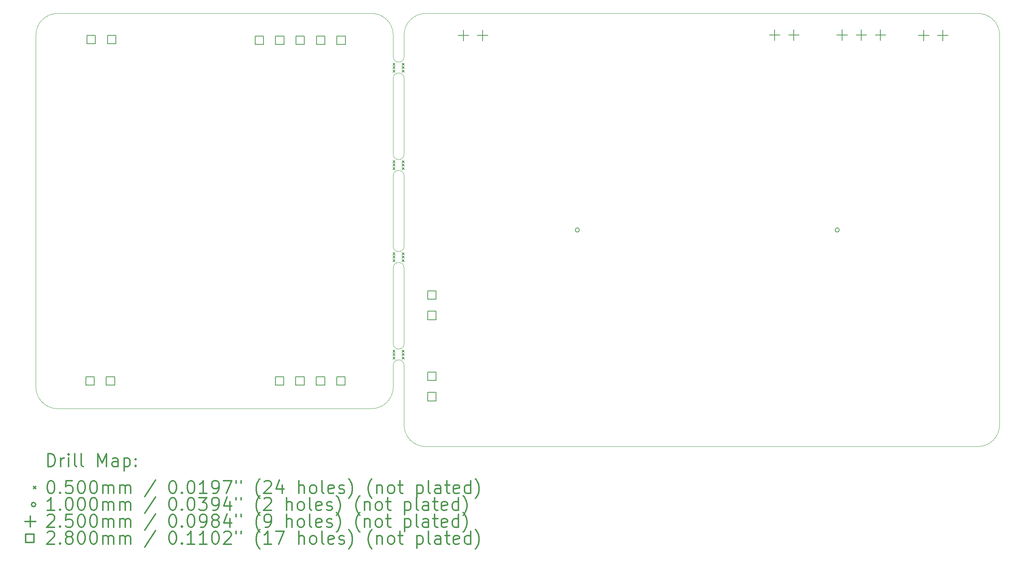
<source format=gbr>
%FSLAX45Y45*%
G04 Gerber Fmt 4.5, Leading zero omitted, Abs format (unit mm)*
G04 Created by KiCad (PCBNEW 5.1.12-84ad8e8a86~92~ubuntu20.04.1) date 2021-12-12 19:41:44*
%MOMM*%
%LPD*%
G01*
G04 APERTURE LIST*
%TA.AperFunction,Profile*%
%ADD10C,0.100000*%
%TD*%
%ADD11C,0.200000*%
%ADD12C,0.300000*%
G04 APERTURE END LIST*
D10*
X3302000Y-3810000D02*
X3302000Y-3302000D01*
X3048000Y-3810000D02*
X3048000Y-3302000D01*
X3302000Y-4318000D02*
X3302000Y-6096000D01*
X3048000Y-6096000D02*
X3048000Y-4318000D01*
X3302000Y-8255000D02*
X3302000Y-6604000D01*
X3048000Y-6604000D02*
X3048000Y-8255000D01*
X3302000Y-10541000D02*
X3302000Y-8763000D01*
X3048000Y-10541000D02*
X3048000Y-8763000D01*
X3302000Y-12446000D02*
X3302000Y-11049000D01*
X3048000Y-11557000D02*
X3048000Y-11049000D01*
X3048000Y-11049000D02*
G75*
G02*
X3302000Y-11049000I127000J0D01*
G01*
X3302000Y-10541000D02*
G75*
G02*
X3048000Y-10541000I-127000J0D01*
G01*
X3048000Y-8763000D02*
G75*
G02*
X3302000Y-8763000I127000J0D01*
G01*
X3302000Y-8255000D02*
G75*
G02*
X3048000Y-8255000I-127000J0D01*
G01*
X3048000Y-6604000D02*
G75*
G02*
X3302000Y-6604000I127000J0D01*
G01*
X3302000Y-6096000D02*
G75*
G02*
X3048000Y-6096000I-127000J0D01*
G01*
X3048000Y-4318000D02*
G75*
G02*
X3302000Y-4318000I127000J0D01*
G01*
X3302000Y-3810000D02*
G75*
G02*
X3048000Y-3810000I-127000J0D01*
G01*
X3048000Y-11557000D02*
G75*
G02*
X2540000Y-12065000I-508000J0D01*
G01*
X2540000Y-2794000D02*
G75*
G02*
X3048000Y-3302000I0J-508000D01*
G01*
X-5334000Y-3302000D02*
G75*
G02*
X-4826000Y-2794000I508000J0D01*
G01*
X-4826000Y-12065000D02*
G75*
G02*
X-5334000Y-11557000I0J508000D01*
G01*
X2540000Y-12065000D02*
X-4826000Y-12065000D01*
X-4826000Y-2794000D02*
X2540000Y-2794000D01*
X-5334000Y-11557000D02*
X-5334000Y-3302000D01*
X17272000Y-12446000D02*
G75*
G02*
X16764000Y-12954000I-508000J0D01*
G01*
X16764000Y-2794000D02*
G75*
G02*
X17272000Y-3302000I0J-508000D01*
G01*
X3810000Y-12954000D02*
G75*
G02*
X3302000Y-12446000I0J508000D01*
G01*
X3302000Y-3302000D02*
G75*
G02*
X3810000Y-2794000I508000J0D01*
G01*
X3810000Y-2794000D02*
X16764000Y-2794000D01*
X3302000Y-3302000D02*
X3302000Y-3302000D01*
X16764000Y-12954000D02*
X3810000Y-12954000D01*
X17272000Y-3302000D02*
X17272000Y-12446000D01*
D11*
X3040000Y-3959000D02*
X3090000Y-4009000D01*
X3090000Y-3959000D02*
X3040000Y-4009000D01*
X3040000Y-4039000D02*
X3090000Y-4089000D01*
X3090000Y-4039000D02*
X3040000Y-4089000D01*
X3040000Y-4119000D02*
X3090000Y-4169000D01*
X3090000Y-4119000D02*
X3040000Y-4169000D01*
X3040000Y-6245000D02*
X3090000Y-6295000D01*
X3090000Y-6245000D02*
X3040000Y-6295000D01*
X3040000Y-6325000D02*
X3090000Y-6375000D01*
X3090000Y-6325000D02*
X3040000Y-6375000D01*
X3040000Y-6405000D02*
X3090000Y-6455000D01*
X3090000Y-6405000D02*
X3040000Y-6455000D01*
X3040000Y-8404000D02*
X3090000Y-8454000D01*
X3090000Y-8404000D02*
X3040000Y-8454000D01*
X3040000Y-8484000D02*
X3090000Y-8534000D01*
X3090000Y-8484000D02*
X3040000Y-8534000D01*
X3040000Y-8564000D02*
X3090000Y-8614000D01*
X3090000Y-8564000D02*
X3040000Y-8614000D01*
X3040000Y-10690000D02*
X3090000Y-10740000D01*
X3090000Y-10690000D02*
X3040000Y-10740000D01*
X3040000Y-10770000D02*
X3090000Y-10820000D01*
X3090000Y-10770000D02*
X3040000Y-10820000D01*
X3040000Y-10850000D02*
X3090000Y-10900000D01*
X3090000Y-10850000D02*
X3040000Y-10900000D01*
X3260000Y-3959000D02*
X3310000Y-4009000D01*
X3310000Y-3959000D02*
X3260000Y-4009000D01*
X3260000Y-4039000D02*
X3310000Y-4089000D01*
X3310000Y-4039000D02*
X3260000Y-4089000D01*
X3260000Y-4119000D02*
X3310000Y-4169000D01*
X3310000Y-4119000D02*
X3260000Y-4169000D01*
X3260000Y-6245000D02*
X3310000Y-6295000D01*
X3310000Y-6245000D02*
X3260000Y-6295000D01*
X3260000Y-6325000D02*
X3310000Y-6375000D01*
X3310000Y-6325000D02*
X3260000Y-6375000D01*
X3260000Y-6405000D02*
X3310000Y-6455000D01*
X3310000Y-6405000D02*
X3260000Y-6455000D01*
X3260000Y-8404000D02*
X3310000Y-8454000D01*
X3310000Y-8404000D02*
X3260000Y-8454000D01*
X3260000Y-8484000D02*
X3310000Y-8534000D01*
X3310000Y-8484000D02*
X3260000Y-8534000D01*
X3260000Y-8564000D02*
X3310000Y-8614000D01*
X3310000Y-8564000D02*
X3260000Y-8614000D01*
X3260000Y-10690000D02*
X3310000Y-10740000D01*
X3310000Y-10690000D02*
X3260000Y-10740000D01*
X3260000Y-10770000D02*
X3310000Y-10820000D01*
X3310000Y-10770000D02*
X3260000Y-10820000D01*
X3260000Y-10850000D02*
X3310000Y-10900000D01*
X3310000Y-10850000D02*
X3260000Y-10900000D01*
X7416000Y-7874000D02*
G75*
G03*
X7416000Y-7874000I-50000J0D01*
G01*
X13512000Y-7874000D02*
G75*
G03*
X13512000Y-7874000I-50000J0D01*
G01*
X4693500Y-3183500D02*
X4693500Y-3433500D01*
X4568500Y-3308500D02*
X4818500Y-3308500D01*
X5143500Y-3183500D02*
X5143500Y-3433500D01*
X5018500Y-3308500D02*
X5268500Y-3308500D01*
X11996000Y-3177000D02*
X11996000Y-3427000D01*
X11871000Y-3302000D02*
X12121000Y-3302000D01*
X12446000Y-3177000D02*
X12446000Y-3427000D01*
X12321000Y-3302000D02*
X12571000Y-3302000D01*
X13578000Y-3177000D02*
X13578000Y-3427000D01*
X13453000Y-3302000D02*
X13703000Y-3302000D01*
X14028000Y-3177000D02*
X14028000Y-3427000D01*
X13903000Y-3302000D02*
X14153000Y-3302000D01*
X14478000Y-3177000D02*
X14478000Y-3427000D01*
X14353000Y-3302000D02*
X14603000Y-3302000D01*
X15488500Y-3183500D02*
X15488500Y-3433500D01*
X15363500Y-3308500D02*
X15613500Y-3308500D01*
X15938500Y-3183500D02*
X15938500Y-3433500D01*
X15813500Y-3308500D02*
X16063500Y-3308500D01*
X-3965004Y-11511996D02*
X-3965004Y-11314004D01*
X-4162996Y-11314004D01*
X-4162996Y-11511996D01*
X-3965004Y-11511996D01*
X-3937004Y-3502596D02*
X-3937004Y-3304604D01*
X-4134996Y-3304604D01*
X-4134996Y-3502596D01*
X-3937004Y-3502596D01*
X-3485004Y-11511996D02*
X-3485004Y-11314004D01*
X-3682996Y-11314004D01*
X-3682996Y-11511996D01*
X-3485004Y-11511996D01*
X-3457004Y-3502596D02*
X-3457004Y-3304604D01*
X-3654996Y-3304604D01*
X-3654996Y-3502596D01*
X-3457004Y-3502596D01*
X5196Y-3519596D02*
X5196Y-3321604D01*
X-192796Y-3321604D01*
X-192796Y-3519596D01*
X5196Y-3519596D01*
X479996Y-11511996D02*
X479996Y-11314004D01*
X282004Y-11314004D01*
X282004Y-11511996D01*
X479996Y-11511996D01*
X485196Y-3519596D02*
X485196Y-3321604D01*
X287204Y-3321604D01*
X287204Y-3519596D01*
X485196Y-3519596D01*
X959996Y-11511996D02*
X959996Y-11314004D01*
X762004Y-11314004D01*
X762004Y-11511996D01*
X959996Y-11511996D01*
X965196Y-3519596D02*
X965196Y-3321604D01*
X767204Y-3321604D01*
X767204Y-3519596D01*
X965196Y-3519596D01*
X1439996Y-11511996D02*
X1439996Y-11314004D01*
X1242004Y-11314004D01*
X1242004Y-11511996D01*
X1439996Y-11511996D01*
X1445196Y-3519596D02*
X1445196Y-3321604D01*
X1247204Y-3321604D01*
X1247204Y-3519596D01*
X1445196Y-3519596D01*
X1919996Y-11511996D02*
X1919996Y-11314004D01*
X1722004Y-11314004D01*
X1722004Y-11511996D01*
X1919996Y-11511996D01*
X1925196Y-3519596D02*
X1925196Y-3321604D01*
X1727204Y-3321604D01*
X1727204Y-3519596D01*
X1925196Y-3519596D01*
X4052996Y-9496996D02*
X4052996Y-9299004D01*
X3855004Y-9299004D01*
X3855004Y-9496996D01*
X4052996Y-9496996D01*
X4052996Y-9976996D02*
X4052996Y-9779004D01*
X3855004Y-9779004D01*
X3855004Y-9976996D01*
X4052996Y-9976996D01*
X4052996Y-11401996D02*
X4052996Y-11204004D01*
X3855004Y-11204004D01*
X3855004Y-11401996D01*
X4052996Y-11401996D01*
X4052996Y-11881996D02*
X4052996Y-11684004D01*
X3855004Y-11684004D01*
X3855004Y-11881996D01*
X4052996Y-11881996D01*
D12*
X-5052572Y-13424714D02*
X-5052572Y-13124714D01*
X-4981143Y-13124714D01*
X-4938286Y-13139000D01*
X-4909714Y-13167571D01*
X-4895429Y-13196143D01*
X-4881143Y-13253286D01*
X-4881143Y-13296143D01*
X-4895429Y-13353286D01*
X-4909714Y-13381857D01*
X-4938286Y-13410429D01*
X-4981143Y-13424714D01*
X-5052572Y-13424714D01*
X-4752572Y-13424714D02*
X-4752572Y-13224714D01*
X-4752572Y-13281857D02*
X-4738286Y-13253286D01*
X-4724000Y-13239000D01*
X-4695429Y-13224714D01*
X-4666857Y-13224714D01*
X-4566857Y-13424714D02*
X-4566857Y-13224714D01*
X-4566857Y-13124714D02*
X-4581143Y-13139000D01*
X-4566857Y-13153286D01*
X-4552572Y-13139000D01*
X-4566857Y-13124714D01*
X-4566857Y-13153286D01*
X-4381143Y-13424714D02*
X-4409714Y-13410429D01*
X-4424000Y-13381857D01*
X-4424000Y-13124714D01*
X-4224000Y-13424714D02*
X-4252572Y-13410429D01*
X-4266857Y-13381857D01*
X-4266857Y-13124714D01*
X-3881143Y-13424714D02*
X-3881143Y-13124714D01*
X-3781143Y-13339000D01*
X-3681143Y-13124714D01*
X-3681143Y-13424714D01*
X-3409714Y-13424714D02*
X-3409714Y-13267571D01*
X-3424000Y-13239000D01*
X-3452571Y-13224714D01*
X-3509714Y-13224714D01*
X-3538286Y-13239000D01*
X-3409714Y-13410429D02*
X-3438286Y-13424714D01*
X-3509714Y-13424714D01*
X-3538286Y-13410429D01*
X-3552571Y-13381857D01*
X-3552571Y-13353286D01*
X-3538286Y-13324714D01*
X-3509714Y-13310429D01*
X-3438286Y-13310429D01*
X-3409714Y-13296143D01*
X-3266857Y-13224714D02*
X-3266857Y-13524714D01*
X-3266857Y-13239000D02*
X-3238286Y-13224714D01*
X-3181143Y-13224714D01*
X-3152571Y-13239000D01*
X-3138286Y-13253286D01*
X-3124000Y-13281857D01*
X-3124000Y-13367571D01*
X-3138286Y-13396143D01*
X-3152571Y-13410429D01*
X-3181143Y-13424714D01*
X-3238286Y-13424714D01*
X-3266857Y-13410429D01*
X-2995429Y-13396143D02*
X-2981143Y-13410429D01*
X-2995429Y-13424714D01*
X-3009714Y-13410429D01*
X-2995429Y-13396143D01*
X-2995429Y-13424714D01*
X-2995429Y-13239000D02*
X-2981143Y-13253286D01*
X-2995429Y-13267571D01*
X-3009714Y-13253286D01*
X-2995429Y-13239000D01*
X-2995429Y-13267571D01*
X-5389000Y-13894000D02*
X-5339000Y-13944000D01*
X-5339000Y-13894000D02*
X-5389000Y-13944000D01*
X-4995429Y-13754714D02*
X-4966857Y-13754714D01*
X-4938286Y-13769000D01*
X-4924000Y-13783286D01*
X-4909714Y-13811857D01*
X-4895429Y-13869000D01*
X-4895429Y-13940429D01*
X-4909714Y-13997571D01*
X-4924000Y-14026143D01*
X-4938286Y-14040429D01*
X-4966857Y-14054714D01*
X-4995429Y-14054714D01*
X-5024000Y-14040429D01*
X-5038286Y-14026143D01*
X-5052572Y-13997571D01*
X-5066857Y-13940429D01*
X-5066857Y-13869000D01*
X-5052572Y-13811857D01*
X-5038286Y-13783286D01*
X-5024000Y-13769000D01*
X-4995429Y-13754714D01*
X-4766857Y-14026143D02*
X-4752572Y-14040429D01*
X-4766857Y-14054714D01*
X-4781143Y-14040429D01*
X-4766857Y-14026143D01*
X-4766857Y-14054714D01*
X-4481143Y-13754714D02*
X-4624000Y-13754714D01*
X-4638286Y-13897571D01*
X-4624000Y-13883286D01*
X-4595429Y-13869000D01*
X-4524000Y-13869000D01*
X-4495429Y-13883286D01*
X-4481143Y-13897571D01*
X-4466857Y-13926143D01*
X-4466857Y-13997571D01*
X-4481143Y-14026143D01*
X-4495429Y-14040429D01*
X-4524000Y-14054714D01*
X-4595429Y-14054714D01*
X-4624000Y-14040429D01*
X-4638286Y-14026143D01*
X-4281143Y-13754714D02*
X-4252572Y-13754714D01*
X-4224000Y-13769000D01*
X-4209714Y-13783286D01*
X-4195429Y-13811857D01*
X-4181143Y-13869000D01*
X-4181143Y-13940429D01*
X-4195429Y-13997571D01*
X-4209714Y-14026143D01*
X-4224000Y-14040429D01*
X-4252572Y-14054714D01*
X-4281143Y-14054714D01*
X-4309714Y-14040429D01*
X-4324000Y-14026143D01*
X-4338286Y-13997571D01*
X-4352572Y-13940429D01*
X-4352572Y-13869000D01*
X-4338286Y-13811857D01*
X-4324000Y-13783286D01*
X-4309714Y-13769000D01*
X-4281143Y-13754714D01*
X-3995429Y-13754714D02*
X-3966857Y-13754714D01*
X-3938286Y-13769000D01*
X-3924000Y-13783286D01*
X-3909714Y-13811857D01*
X-3895429Y-13869000D01*
X-3895429Y-13940429D01*
X-3909714Y-13997571D01*
X-3924000Y-14026143D01*
X-3938286Y-14040429D01*
X-3966857Y-14054714D01*
X-3995429Y-14054714D01*
X-4024000Y-14040429D01*
X-4038286Y-14026143D01*
X-4052571Y-13997571D01*
X-4066857Y-13940429D01*
X-4066857Y-13869000D01*
X-4052571Y-13811857D01*
X-4038286Y-13783286D01*
X-4024000Y-13769000D01*
X-3995429Y-13754714D01*
X-3766857Y-14054714D02*
X-3766857Y-13854714D01*
X-3766857Y-13883286D02*
X-3752571Y-13869000D01*
X-3724000Y-13854714D01*
X-3681143Y-13854714D01*
X-3652571Y-13869000D01*
X-3638286Y-13897571D01*
X-3638286Y-14054714D01*
X-3638286Y-13897571D02*
X-3624000Y-13869000D01*
X-3595429Y-13854714D01*
X-3552571Y-13854714D01*
X-3524000Y-13869000D01*
X-3509714Y-13897571D01*
X-3509714Y-14054714D01*
X-3366857Y-14054714D02*
X-3366857Y-13854714D01*
X-3366857Y-13883286D02*
X-3352571Y-13869000D01*
X-3324000Y-13854714D01*
X-3281143Y-13854714D01*
X-3252571Y-13869000D01*
X-3238286Y-13897571D01*
X-3238286Y-14054714D01*
X-3238286Y-13897571D02*
X-3224000Y-13869000D01*
X-3195429Y-13854714D01*
X-3152571Y-13854714D01*
X-3124000Y-13869000D01*
X-3109714Y-13897571D01*
X-3109714Y-14054714D01*
X-2524000Y-13740429D02*
X-2781143Y-14126143D01*
X-2138286Y-13754714D02*
X-2109714Y-13754714D01*
X-2081143Y-13769000D01*
X-2066857Y-13783286D01*
X-2052571Y-13811857D01*
X-2038286Y-13869000D01*
X-2038286Y-13940429D01*
X-2052571Y-13997571D01*
X-2066857Y-14026143D01*
X-2081143Y-14040429D01*
X-2109714Y-14054714D01*
X-2138286Y-14054714D01*
X-2166857Y-14040429D01*
X-2181143Y-14026143D01*
X-2195429Y-13997571D01*
X-2209714Y-13940429D01*
X-2209714Y-13869000D01*
X-2195429Y-13811857D01*
X-2181143Y-13783286D01*
X-2166857Y-13769000D01*
X-2138286Y-13754714D01*
X-1909714Y-14026143D02*
X-1895429Y-14040429D01*
X-1909714Y-14054714D01*
X-1924000Y-14040429D01*
X-1909714Y-14026143D01*
X-1909714Y-14054714D01*
X-1709714Y-13754714D02*
X-1681143Y-13754714D01*
X-1652571Y-13769000D01*
X-1638286Y-13783286D01*
X-1624000Y-13811857D01*
X-1609714Y-13869000D01*
X-1609714Y-13940429D01*
X-1624000Y-13997571D01*
X-1638286Y-14026143D01*
X-1652571Y-14040429D01*
X-1681143Y-14054714D01*
X-1709714Y-14054714D01*
X-1738286Y-14040429D01*
X-1752571Y-14026143D01*
X-1766857Y-13997571D01*
X-1781143Y-13940429D01*
X-1781143Y-13869000D01*
X-1766857Y-13811857D01*
X-1752571Y-13783286D01*
X-1738286Y-13769000D01*
X-1709714Y-13754714D01*
X-1324000Y-14054714D02*
X-1495429Y-14054714D01*
X-1409714Y-14054714D02*
X-1409714Y-13754714D01*
X-1438286Y-13797571D01*
X-1466857Y-13826143D01*
X-1495429Y-13840429D01*
X-1181143Y-14054714D02*
X-1124000Y-14054714D01*
X-1095429Y-14040429D01*
X-1081143Y-14026143D01*
X-1052572Y-13983286D01*
X-1038286Y-13926143D01*
X-1038286Y-13811857D01*
X-1052572Y-13783286D01*
X-1066857Y-13769000D01*
X-1095429Y-13754714D01*
X-1152572Y-13754714D01*
X-1181143Y-13769000D01*
X-1195429Y-13783286D01*
X-1209714Y-13811857D01*
X-1209714Y-13883286D01*
X-1195429Y-13911857D01*
X-1181143Y-13926143D01*
X-1152572Y-13940429D01*
X-1095429Y-13940429D01*
X-1066857Y-13926143D01*
X-1052572Y-13911857D01*
X-1038286Y-13883286D01*
X-938286Y-13754714D02*
X-738286Y-13754714D01*
X-866857Y-14054714D01*
X-638286Y-13754714D02*
X-638286Y-13811857D01*
X-524000Y-13754714D02*
X-524000Y-13811857D01*
X-81143Y-14169000D02*
X-95429Y-14154714D01*
X-124000Y-14111857D01*
X-138286Y-14083286D01*
X-152572Y-14040429D01*
X-166857Y-13969000D01*
X-166857Y-13911857D01*
X-152572Y-13840429D01*
X-138286Y-13797571D01*
X-124000Y-13769000D01*
X-95429Y-13726143D01*
X-81143Y-13711857D01*
X18857Y-13783286D02*
X33143Y-13769000D01*
X61714Y-13754714D01*
X133143Y-13754714D01*
X161714Y-13769000D01*
X176000Y-13783286D01*
X190286Y-13811857D01*
X190286Y-13840429D01*
X176000Y-13883286D01*
X4571Y-14054714D01*
X190286Y-14054714D01*
X447428Y-13854714D02*
X447428Y-14054714D01*
X376000Y-13740429D02*
X304571Y-13954714D01*
X490286Y-13954714D01*
X833143Y-14054714D02*
X833143Y-13754714D01*
X961714Y-14054714D02*
X961714Y-13897571D01*
X947428Y-13869000D01*
X918857Y-13854714D01*
X876000Y-13854714D01*
X847428Y-13869000D01*
X833143Y-13883286D01*
X1147428Y-14054714D02*
X1118857Y-14040429D01*
X1104571Y-14026143D01*
X1090286Y-13997571D01*
X1090286Y-13911857D01*
X1104571Y-13883286D01*
X1118857Y-13869000D01*
X1147428Y-13854714D01*
X1190286Y-13854714D01*
X1218857Y-13869000D01*
X1233143Y-13883286D01*
X1247428Y-13911857D01*
X1247428Y-13997571D01*
X1233143Y-14026143D01*
X1218857Y-14040429D01*
X1190286Y-14054714D01*
X1147428Y-14054714D01*
X1418857Y-14054714D02*
X1390286Y-14040429D01*
X1376000Y-14011857D01*
X1376000Y-13754714D01*
X1647428Y-14040429D02*
X1618857Y-14054714D01*
X1561714Y-14054714D01*
X1533143Y-14040429D01*
X1518857Y-14011857D01*
X1518857Y-13897571D01*
X1533143Y-13869000D01*
X1561714Y-13854714D01*
X1618857Y-13854714D01*
X1647428Y-13869000D01*
X1661714Y-13897571D01*
X1661714Y-13926143D01*
X1518857Y-13954714D01*
X1776000Y-14040429D02*
X1804571Y-14054714D01*
X1861714Y-14054714D01*
X1890286Y-14040429D01*
X1904571Y-14011857D01*
X1904571Y-13997571D01*
X1890286Y-13969000D01*
X1861714Y-13954714D01*
X1818857Y-13954714D01*
X1790286Y-13940429D01*
X1776000Y-13911857D01*
X1776000Y-13897571D01*
X1790286Y-13869000D01*
X1818857Y-13854714D01*
X1861714Y-13854714D01*
X1890286Y-13869000D01*
X2004571Y-14169000D02*
X2018857Y-14154714D01*
X2047428Y-14111857D01*
X2061714Y-14083286D01*
X2076000Y-14040429D01*
X2090286Y-13969000D01*
X2090286Y-13911857D01*
X2076000Y-13840429D01*
X2061714Y-13797571D01*
X2047428Y-13769000D01*
X2018857Y-13726143D01*
X2004571Y-13711857D01*
X2547428Y-14169000D02*
X2533143Y-14154714D01*
X2504571Y-14111857D01*
X2490286Y-14083286D01*
X2476000Y-14040429D01*
X2461714Y-13969000D01*
X2461714Y-13911857D01*
X2476000Y-13840429D01*
X2490286Y-13797571D01*
X2504571Y-13769000D01*
X2533143Y-13726143D01*
X2547428Y-13711857D01*
X2661714Y-13854714D02*
X2661714Y-14054714D01*
X2661714Y-13883286D02*
X2676000Y-13869000D01*
X2704571Y-13854714D01*
X2747428Y-13854714D01*
X2776000Y-13869000D01*
X2790286Y-13897571D01*
X2790286Y-14054714D01*
X2976000Y-14054714D02*
X2947428Y-14040429D01*
X2933143Y-14026143D01*
X2918857Y-13997571D01*
X2918857Y-13911857D01*
X2933143Y-13883286D01*
X2947428Y-13869000D01*
X2976000Y-13854714D01*
X3018857Y-13854714D01*
X3047428Y-13869000D01*
X3061714Y-13883286D01*
X3076000Y-13911857D01*
X3076000Y-13997571D01*
X3061714Y-14026143D01*
X3047428Y-14040429D01*
X3018857Y-14054714D01*
X2976000Y-14054714D01*
X3161714Y-13854714D02*
X3276000Y-13854714D01*
X3204571Y-13754714D02*
X3204571Y-14011857D01*
X3218857Y-14040429D01*
X3247428Y-14054714D01*
X3276000Y-14054714D01*
X3604571Y-13854714D02*
X3604571Y-14154714D01*
X3604571Y-13869000D02*
X3633143Y-13854714D01*
X3690286Y-13854714D01*
X3718857Y-13869000D01*
X3733143Y-13883286D01*
X3747428Y-13911857D01*
X3747428Y-13997571D01*
X3733143Y-14026143D01*
X3718857Y-14040429D01*
X3690286Y-14054714D01*
X3633143Y-14054714D01*
X3604571Y-14040429D01*
X3918857Y-14054714D02*
X3890286Y-14040429D01*
X3876000Y-14011857D01*
X3876000Y-13754714D01*
X4161714Y-14054714D02*
X4161714Y-13897571D01*
X4147428Y-13869000D01*
X4118857Y-13854714D01*
X4061714Y-13854714D01*
X4033143Y-13869000D01*
X4161714Y-14040429D02*
X4133143Y-14054714D01*
X4061714Y-14054714D01*
X4033143Y-14040429D01*
X4018857Y-14011857D01*
X4018857Y-13983286D01*
X4033143Y-13954714D01*
X4061714Y-13940429D01*
X4133143Y-13940429D01*
X4161714Y-13926143D01*
X4261714Y-13854714D02*
X4376000Y-13854714D01*
X4304571Y-13754714D02*
X4304571Y-14011857D01*
X4318857Y-14040429D01*
X4347428Y-14054714D01*
X4376000Y-14054714D01*
X4590286Y-14040429D02*
X4561714Y-14054714D01*
X4504571Y-14054714D01*
X4476000Y-14040429D01*
X4461714Y-14011857D01*
X4461714Y-13897571D01*
X4476000Y-13869000D01*
X4504571Y-13854714D01*
X4561714Y-13854714D01*
X4590286Y-13869000D01*
X4604571Y-13897571D01*
X4604571Y-13926143D01*
X4461714Y-13954714D01*
X4861714Y-14054714D02*
X4861714Y-13754714D01*
X4861714Y-14040429D02*
X4833143Y-14054714D01*
X4776000Y-14054714D01*
X4747428Y-14040429D01*
X4733143Y-14026143D01*
X4718857Y-13997571D01*
X4718857Y-13911857D01*
X4733143Y-13883286D01*
X4747428Y-13869000D01*
X4776000Y-13854714D01*
X4833143Y-13854714D01*
X4861714Y-13869000D01*
X4976000Y-14169000D02*
X4990286Y-14154714D01*
X5018857Y-14111857D01*
X5033143Y-14083286D01*
X5047428Y-14040429D01*
X5061714Y-13969000D01*
X5061714Y-13911857D01*
X5047428Y-13840429D01*
X5033143Y-13797571D01*
X5018857Y-13769000D01*
X4990286Y-13726143D01*
X4976000Y-13711857D01*
X-5339000Y-14315000D02*
G75*
G03*
X-5339000Y-14315000I-50000J0D01*
G01*
X-4895429Y-14450714D02*
X-5066857Y-14450714D01*
X-4981143Y-14450714D02*
X-4981143Y-14150714D01*
X-5009714Y-14193571D01*
X-5038286Y-14222143D01*
X-5066857Y-14236429D01*
X-4766857Y-14422143D02*
X-4752572Y-14436429D01*
X-4766857Y-14450714D01*
X-4781143Y-14436429D01*
X-4766857Y-14422143D01*
X-4766857Y-14450714D01*
X-4566857Y-14150714D02*
X-4538286Y-14150714D01*
X-4509714Y-14165000D01*
X-4495429Y-14179286D01*
X-4481143Y-14207857D01*
X-4466857Y-14265000D01*
X-4466857Y-14336429D01*
X-4481143Y-14393571D01*
X-4495429Y-14422143D01*
X-4509714Y-14436429D01*
X-4538286Y-14450714D01*
X-4566857Y-14450714D01*
X-4595429Y-14436429D01*
X-4609714Y-14422143D01*
X-4624000Y-14393571D01*
X-4638286Y-14336429D01*
X-4638286Y-14265000D01*
X-4624000Y-14207857D01*
X-4609714Y-14179286D01*
X-4595429Y-14165000D01*
X-4566857Y-14150714D01*
X-4281143Y-14150714D02*
X-4252572Y-14150714D01*
X-4224000Y-14165000D01*
X-4209714Y-14179286D01*
X-4195429Y-14207857D01*
X-4181143Y-14265000D01*
X-4181143Y-14336429D01*
X-4195429Y-14393571D01*
X-4209714Y-14422143D01*
X-4224000Y-14436429D01*
X-4252572Y-14450714D01*
X-4281143Y-14450714D01*
X-4309714Y-14436429D01*
X-4324000Y-14422143D01*
X-4338286Y-14393571D01*
X-4352572Y-14336429D01*
X-4352572Y-14265000D01*
X-4338286Y-14207857D01*
X-4324000Y-14179286D01*
X-4309714Y-14165000D01*
X-4281143Y-14150714D01*
X-3995429Y-14150714D02*
X-3966857Y-14150714D01*
X-3938286Y-14165000D01*
X-3924000Y-14179286D01*
X-3909714Y-14207857D01*
X-3895429Y-14265000D01*
X-3895429Y-14336429D01*
X-3909714Y-14393571D01*
X-3924000Y-14422143D01*
X-3938286Y-14436429D01*
X-3966857Y-14450714D01*
X-3995429Y-14450714D01*
X-4024000Y-14436429D01*
X-4038286Y-14422143D01*
X-4052571Y-14393571D01*
X-4066857Y-14336429D01*
X-4066857Y-14265000D01*
X-4052571Y-14207857D01*
X-4038286Y-14179286D01*
X-4024000Y-14165000D01*
X-3995429Y-14150714D01*
X-3766857Y-14450714D02*
X-3766857Y-14250714D01*
X-3766857Y-14279286D02*
X-3752571Y-14265000D01*
X-3724000Y-14250714D01*
X-3681143Y-14250714D01*
X-3652571Y-14265000D01*
X-3638286Y-14293571D01*
X-3638286Y-14450714D01*
X-3638286Y-14293571D02*
X-3624000Y-14265000D01*
X-3595429Y-14250714D01*
X-3552571Y-14250714D01*
X-3524000Y-14265000D01*
X-3509714Y-14293571D01*
X-3509714Y-14450714D01*
X-3366857Y-14450714D02*
X-3366857Y-14250714D01*
X-3366857Y-14279286D02*
X-3352571Y-14265000D01*
X-3324000Y-14250714D01*
X-3281143Y-14250714D01*
X-3252571Y-14265000D01*
X-3238286Y-14293571D01*
X-3238286Y-14450714D01*
X-3238286Y-14293571D02*
X-3224000Y-14265000D01*
X-3195429Y-14250714D01*
X-3152571Y-14250714D01*
X-3124000Y-14265000D01*
X-3109714Y-14293571D01*
X-3109714Y-14450714D01*
X-2524000Y-14136429D02*
X-2781143Y-14522143D01*
X-2138286Y-14150714D02*
X-2109714Y-14150714D01*
X-2081143Y-14165000D01*
X-2066857Y-14179286D01*
X-2052571Y-14207857D01*
X-2038286Y-14265000D01*
X-2038286Y-14336429D01*
X-2052571Y-14393571D01*
X-2066857Y-14422143D01*
X-2081143Y-14436429D01*
X-2109714Y-14450714D01*
X-2138286Y-14450714D01*
X-2166857Y-14436429D01*
X-2181143Y-14422143D01*
X-2195429Y-14393571D01*
X-2209714Y-14336429D01*
X-2209714Y-14265000D01*
X-2195429Y-14207857D01*
X-2181143Y-14179286D01*
X-2166857Y-14165000D01*
X-2138286Y-14150714D01*
X-1909714Y-14422143D02*
X-1895429Y-14436429D01*
X-1909714Y-14450714D01*
X-1924000Y-14436429D01*
X-1909714Y-14422143D01*
X-1909714Y-14450714D01*
X-1709714Y-14150714D02*
X-1681143Y-14150714D01*
X-1652571Y-14165000D01*
X-1638286Y-14179286D01*
X-1624000Y-14207857D01*
X-1609714Y-14265000D01*
X-1609714Y-14336429D01*
X-1624000Y-14393571D01*
X-1638286Y-14422143D01*
X-1652571Y-14436429D01*
X-1681143Y-14450714D01*
X-1709714Y-14450714D01*
X-1738286Y-14436429D01*
X-1752571Y-14422143D01*
X-1766857Y-14393571D01*
X-1781143Y-14336429D01*
X-1781143Y-14265000D01*
X-1766857Y-14207857D01*
X-1752571Y-14179286D01*
X-1738286Y-14165000D01*
X-1709714Y-14150714D01*
X-1509714Y-14150714D02*
X-1324000Y-14150714D01*
X-1424000Y-14265000D01*
X-1381143Y-14265000D01*
X-1352572Y-14279286D01*
X-1338286Y-14293571D01*
X-1324000Y-14322143D01*
X-1324000Y-14393571D01*
X-1338286Y-14422143D01*
X-1352572Y-14436429D01*
X-1381143Y-14450714D01*
X-1466857Y-14450714D01*
X-1495429Y-14436429D01*
X-1509714Y-14422143D01*
X-1181143Y-14450714D02*
X-1124000Y-14450714D01*
X-1095429Y-14436429D01*
X-1081143Y-14422143D01*
X-1052572Y-14379286D01*
X-1038286Y-14322143D01*
X-1038286Y-14207857D01*
X-1052572Y-14179286D01*
X-1066857Y-14165000D01*
X-1095429Y-14150714D01*
X-1152572Y-14150714D01*
X-1181143Y-14165000D01*
X-1195429Y-14179286D01*
X-1209714Y-14207857D01*
X-1209714Y-14279286D01*
X-1195429Y-14307857D01*
X-1181143Y-14322143D01*
X-1152572Y-14336429D01*
X-1095429Y-14336429D01*
X-1066857Y-14322143D01*
X-1052572Y-14307857D01*
X-1038286Y-14279286D01*
X-781143Y-14250714D02*
X-781143Y-14450714D01*
X-852571Y-14136429D02*
X-924000Y-14350714D01*
X-738286Y-14350714D01*
X-638286Y-14150714D02*
X-638286Y-14207857D01*
X-524000Y-14150714D02*
X-524000Y-14207857D01*
X-81143Y-14565000D02*
X-95429Y-14550714D01*
X-124000Y-14507857D01*
X-138286Y-14479286D01*
X-152572Y-14436429D01*
X-166857Y-14365000D01*
X-166857Y-14307857D01*
X-152572Y-14236429D01*
X-138286Y-14193571D01*
X-124000Y-14165000D01*
X-95429Y-14122143D01*
X-81143Y-14107857D01*
X18857Y-14179286D02*
X33143Y-14165000D01*
X61714Y-14150714D01*
X133143Y-14150714D01*
X161714Y-14165000D01*
X176000Y-14179286D01*
X190286Y-14207857D01*
X190286Y-14236429D01*
X176000Y-14279286D01*
X4571Y-14450714D01*
X190286Y-14450714D01*
X547428Y-14450714D02*
X547428Y-14150714D01*
X676000Y-14450714D02*
X676000Y-14293571D01*
X661714Y-14265000D01*
X633143Y-14250714D01*
X590286Y-14250714D01*
X561714Y-14265000D01*
X547428Y-14279286D01*
X861714Y-14450714D02*
X833143Y-14436429D01*
X818857Y-14422143D01*
X804571Y-14393571D01*
X804571Y-14307857D01*
X818857Y-14279286D01*
X833143Y-14265000D01*
X861714Y-14250714D01*
X904571Y-14250714D01*
X933143Y-14265000D01*
X947428Y-14279286D01*
X961714Y-14307857D01*
X961714Y-14393571D01*
X947428Y-14422143D01*
X933143Y-14436429D01*
X904571Y-14450714D01*
X861714Y-14450714D01*
X1133143Y-14450714D02*
X1104571Y-14436429D01*
X1090286Y-14407857D01*
X1090286Y-14150714D01*
X1361714Y-14436429D02*
X1333143Y-14450714D01*
X1276000Y-14450714D01*
X1247428Y-14436429D01*
X1233143Y-14407857D01*
X1233143Y-14293571D01*
X1247428Y-14265000D01*
X1276000Y-14250714D01*
X1333143Y-14250714D01*
X1361714Y-14265000D01*
X1376000Y-14293571D01*
X1376000Y-14322143D01*
X1233143Y-14350714D01*
X1490286Y-14436429D02*
X1518857Y-14450714D01*
X1576000Y-14450714D01*
X1604571Y-14436429D01*
X1618857Y-14407857D01*
X1618857Y-14393571D01*
X1604571Y-14365000D01*
X1576000Y-14350714D01*
X1533143Y-14350714D01*
X1504571Y-14336429D01*
X1490286Y-14307857D01*
X1490286Y-14293571D01*
X1504571Y-14265000D01*
X1533143Y-14250714D01*
X1576000Y-14250714D01*
X1604571Y-14265000D01*
X1718857Y-14565000D02*
X1733143Y-14550714D01*
X1761714Y-14507857D01*
X1776000Y-14479286D01*
X1790286Y-14436429D01*
X1804571Y-14365000D01*
X1804571Y-14307857D01*
X1790286Y-14236429D01*
X1776000Y-14193571D01*
X1761714Y-14165000D01*
X1733143Y-14122143D01*
X1718857Y-14107857D01*
X2261714Y-14565000D02*
X2247428Y-14550714D01*
X2218857Y-14507857D01*
X2204571Y-14479286D01*
X2190286Y-14436429D01*
X2176000Y-14365000D01*
X2176000Y-14307857D01*
X2190286Y-14236429D01*
X2204571Y-14193571D01*
X2218857Y-14165000D01*
X2247428Y-14122143D01*
X2261714Y-14107857D01*
X2376000Y-14250714D02*
X2376000Y-14450714D01*
X2376000Y-14279286D02*
X2390286Y-14265000D01*
X2418857Y-14250714D01*
X2461714Y-14250714D01*
X2490286Y-14265000D01*
X2504571Y-14293571D01*
X2504571Y-14450714D01*
X2690286Y-14450714D02*
X2661714Y-14436429D01*
X2647428Y-14422143D01*
X2633143Y-14393571D01*
X2633143Y-14307857D01*
X2647428Y-14279286D01*
X2661714Y-14265000D01*
X2690286Y-14250714D01*
X2733143Y-14250714D01*
X2761714Y-14265000D01*
X2776000Y-14279286D01*
X2790286Y-14307857D01*
X2790286Y-14393571D01*
X2776000Y-14422143D01*
X2761714Y-14436429D01*
X2733143Y-14450714D01*
X2690286Y-14450714D01*
X2876000Y-14250714D02*
X2990286Y-14250714D01*
X2918857Y-14150714D02*
X2918857Y-14407857D01*
X2933143Y-14436429D01*
X2961714Y-14450714D01*
X2990286Y-14450714D01*
X3318857Y-14250714D02*
X3318857Y-14550714D01*
X3318857Y-14265000D02*
X3347428Y-14250714D01*
X3404571Y-14250714D01*
X3433143Y-14265000D01*
X3447428Y-14279286D01*
X3461714Y-14307857D01*
X3461714Y-14393571D01*
X3447428Y-14422143D01*
X3433143Y-14436429D01*
X3404571Y-14450714D01*
X3347428Y-14450714D01*
X3318857Y-14436429D01*
X3633143Y-14450714D02*
X3604571Y-14436429D01*
X3590286Y-14407857D01*
X3590286Y-14150714D01*
X3876000Y-14450714D02*
X3876000Y-14293571D01*
X3861714Y-14265000D01*
X3833143Y-14250714D01*
X3776000Y-14250714D01*
X3747428Y-14265000D01*
X3876000Y-14436429D02*
X3847428Y-14450714D01*
X3776000Y-14450714D01*
X3747428Y-14436429D01*
X3733143Y-14407857D01*
X3733143Y-14379286D01*
X3747428Y-14350714D01*
X3776000Y-14336429D01*
X3847428Y-14336429D01*
X3876000Y-14322143D01*
X3976000Y-14250714D02*
X4090286Y-14250714D01*
X4018857Y-14150714D02*
X4018857Y-14407857D01*
X4033143Y-14436429D01*
X4061714Y-14450714D01*
X4090286Y-14450714D01*
X4304571Y-14436429D02*
X4276000Y-14450714D01*
X4218857Y-14450714D01*
X4190286Y-14436429D01*
X4176000Y-14407857D01*
X4176000Y-14293571D01*
X4190286Y-14265000D01*
X4218857Y-14250714D01*
X4276000Y-14250714D01*
X4304571Y-14265000D01*
X4318857Y-14293571D01*
X4318857Y-14322143D01*
X4176000Y-14350714D01*
X4576000Y-14450714D02*
X4576000Y-14150714D01*
X4576000Y-14436429D02*
X4547428Y-14450714D01*
X4490286Y-14450714D01*
X4461714Y-14436429D01*
X4447428Y-14422143D01*
X4433143Y-14393571D01*
X4433143Y-14307857D01*
X4447428Y-14279286D01*
X4461714Y-14265000D01*
X4490286Y-14250714D01*
X4547428Y-14250714D01*
X4576000Y-14265000D01*
X4690286Y-14565000D02*
X4704571Y-14550714D01*
X4733143Y-14507857D01*
X4747428Y-14479286D01*
X4761714Y-14436429D01*
X4776000Y-14365000D01*
X4776000Y-14307857D01*
X4761714Y-14236429D01*
X4747428Y-14193571D01*
X4733143Y-14165000D01*
X4704571Y-14122143D01*
X4690286Y-14107857D01*
X-5464000Y-14586000D02*
X-5464000Y-14836000D01*
X-5589000Y-14711000D02*
X-5339000Y-14711000D01*
X-5066857Y-14575286D02*
X-5052572Y-14561000D01*
X-5024000Y-14546714D01*
X-4952572Y-14546714D01*
X-4924000Y-14561000D01*
X-4909714Y-14575286D01*
X-4895429Y-14603857D01*
X-4895429Y-14632429D01*
X-4909714Y-14675286D01*
X-5081143Y-14846714D01*
X-4895429Y-14846714D01*
X-4766857Y-14818143D02*
X-4752572Y-14832429D01*
X-4766857Y-14846714D01*
X-4781143Y-14832429D01*
X-4766857Y-14818143D01*
X-4766857Y-14846714D01*
X-4481143Y-14546714D02*
X-4624000Y-14546714D01*
X-4638286Y-14689571D01*
X-4624000Y-14675286D01*
X-4595429Y-14661000D01*
X-4524000Y-14661000D01*
X-4495429Y-14675286D01*
X-4481143Y-14689571D01*
X-4466857Y-14718143D01*
X-4466857Y-14789571D01*
X-4481143Y-14818143D01*
X-4495429Y-14832429D01*
X-4524000Y-14846714D01*
X-4595429Y-14846714D01*
X-4624000Y-14832429D01*
X-4638286Y-14818143D01*
X-4281143Y-14546714D02*
X-4252572Y-14546714D01*
X-4224000Y-14561000D01*
X-4209714Y-14575286D01*
X-4195429Y-14603857D01*
X-4181143Y-14661000D01*
X-4181143Y-14732429D01*
X-4195429Y-14789571D01*
X-4209714Y-14818143D01*
X-4224000Y-14832429D01*
X-4252572Y-14846714D01*
X-4281143Y-14846714D01*
X-4309714Y-14832429D01*
X-4324000Y-14818143D01*
X-4338286Y-14789571D01*
X-4352572Y-14732429D01*
X-4352572Y-14661000D01*
X-4338286Y-14603857D01*
X-4324000Y-14575286D01*
X-4309714Y-14561000D01*
X-4281143Y-14546714D01*
X-3995429Y-14546714D02*
X-3966857Y-14546714D01*
X-3938286Y-14561000D01*
X-3924000Y-14575286D01*
X-3909714Y-14603857D01*
X-3895429Y-14661000D01*
X-3895429Y-14732429D01*
X-3909714Y-14789571D01*
X-3924000Y-14818143D01*
X-3938286Y-14832429D01*
X-3966857Y-14846714D01*
X-3995429Y-14846714D01*
X-4024000Y-14832429D01*
X-4038286Y-14818143D01*
X-4052571Y-14789571D01*
X-4066857Y-14732429D01*
X-4066857Y-14661000D01*
X-4052571Y-14603857D01*
X-4038286Y-14575286D01*
X-4024000Y-14561000D01*
X-3995429Y-14546714D01*
X-3766857Y-14846714D02*
X-3766857Y-14646714D01*
X-3766857Y-14675286D02*
X-3752571Y-14661000D01*
X-3724000Y-14646714D01*
X-3681143Y-14646714D01*
X-3652571Y-14661000D01*
X-3638286Y-14689571D01*
X-3638286Y-14846714D01*
X-3638286Y-14689571D02*
X-3624000Y-14661000D01*
X-3595429Y-14646714D01*
X-3552571Y-14646714D01*
X-3524000Y-14661000D01*
X-3509714Y-14689571D01*
X-3509714Y-14846714D01*
X-3366857Y-14846714D02*
X-3366857Y-14646714D01*
X-3366857Y-14675286D02*
X-3352571Y-14661000D01*
X-3324000Y-14646714D01*
X-3281143Y-14646714D01*
X-3252571Y-14661000D01*
X-3238286Y-14689571D01*
X-3238286Y-14846714D01*
X-3238286Y-14689571D02*
X-3224000Y-14661000D01*
X-3195429Y-14646714D01*
X-3152571Y-14646714D01*
X-3124000Y-14661000D01*
X-3109714Y-14689571D01*
X-3109714Y-14846714D01*
X-2524000Y-14532429D02*
X-2781143Y-14918143D01*
X-2138286Y-14546714D02*
X-2109714Y-14546714D01*
X-2081143Y-14561000D01*
X-2066857Y-14575286D01*
X-2052571Y-14603857D01*
X-2038286Y-14661000D01*
X-2038286Y-14732429D01*
X-2052571Y-14789571D01*
X-2066857Y-14818143D01*
X-2081143Y-14832429D01*
X-2109714Y-14846714D01*
X-2138286Y-14846714D01*
X-2166857Y-14832429D01*
X-2181143Y-14818143D01*
X-2195429Y-14789571D01*
X-2209714Y-14732429D01*
X-2209714Y-14661000D01*
X-2195429Y-14603857D01*
X-2181143Y-14575286D01*
X-2166857Y-14561000D01*
X-2138286Y-14546714D01*
X-1909714Y-14818143D02*
X-1895429Y-14832429D01*
X-1909714Y-14846714D01*
X-1924000Y-14832429D01*
X-1909714Y-14818143D01*
X-1909714Y-14846714D01*
X-1709714Y-14546714D02*
X-1681143Y-14546714D01*
X-1652571Y-14561000D01*
X-1638286Y-14575286D01*
X-1624000Y-14603857D01*
X-1609714Y-14661000D01*
X-1609714Y-14732429D01*
X-1624000Y-14789571D01*
X-1638286Y-14818143D01*
X-1652571Y-14832429D01*
X-1681143Y-14846714D01*
X-1709714Y-14846714D01*
X-1738286Y-14832429D01*
X-1752571Y-14818143D01*
X-1766857Y-14789571D01*
X-1781143Y-14732429D01*
X-1781143Y-14661000D01*
X-1766857Y-14603857D01*
X-1752571Y-14575286D01*
X-1738286Y-14561000D01*
X-1709714Y-14546714D01*
X-1466857Y-14846714D02*
X-1409714Y-14846714D01*
X-1381143Y-14832429D01*
X-1366857Y-14818143D01*
X-1338286Y-14775286D01*
X-1324000Y-14718143D01*
X-1324000Y-14603857D01*
X-1338286Y-14575286D01*
X-1352572Y-14561000D01*
X-1381143Y-14546714D01*
X-1438286Y-14546714D01*
X-1466857Y-14561000D01*
X-1481143Y-14575286D01*
X-1495429Y-14603857D01*
X-1495429Y-14675286D01*
X-1481143Y-14703857D01*
X-1466857Y-14718143D01*
X-1438286Y-14732429D01*
X-1381143Y-14732429D01*
X-1352572Y-14718143D01*
X-1338286Y-14703857D01*
X-1324000Y-14675286D01*
X-1152572Y-14675286D02*
X-1181143Y-14661000D01*
X-1195429Y-14646714D01*
X-1209714Y-14618143D01*
X-1209714Y-14603857D01*
X-1195429Y-14575286D01*
X-1181143Y-14561000D01*
X-1152572Y-14546714D01*
X-1095429Y-14546714D01*
X-1066857Y-14561000D01*
X-1052572Y-14575286D01*
X-1038286Y-14603857D01*
X-1038286Y-14618143D01*
X-1052572Y-14646714D01*
X-1066857Y-14661000D01*
X-1095429Y-14675286D01*
X-1152572Y-14675286D01*
X-1181143Y-14689571D01*
X-1195429Y-14703857D01*
X-1209714Y-14732429D01*
X-1209714Y-14789571D01*
X-1195429Y-14818143D01*
X-1181143Y-14832429D01*
X-1152572Y-14846714D01*
X-1095429Y-14846714D01*
X-1066857Y-14832429D01*
X-1052572Y-14818143D01*
X-1038286Y-14789571D01*
X-1038286Y-14732429D01*
X-1052572Y-14703857D01*
X-1066857Y-14689571D01*
X-1095429Y-14675286D01*
X-781143Y-14646714D02*
X-781143Y-14846714D01*
X-852571Y-14532429D02*
X-924000Y-14746714D01*
X-738286Y-14746714D01*
X-638286Y-14546714D02*
X-638286Y-14603857D01*
X-524000Y-14546714D02*
X-524000Y-14603857D01*
X-81143Y-14961000D02*
X-95429Y-14946714D01*
X-124000Y-14903857D01*
X-138286Y-14875286D01*
X-152572Y-14832429D01*
X-166857Y-14761000D01*
X-166857Y-14703857D01*
X-152572Y-14632429D01*
X-138286Y-14589571D01*
X-124000Y-14561000D01*
X-95429Y-14518143D01*
X-81143Y-14503857D01*
X47428Y-14846714D02*
X104571Y-14846714D01*
X133143Y-14832429D01*
X147428Y-14818143D01*
X176000Y-14775286D01*
X190286Y-14718143D01*
X190286Y-14603857D01*
X176000Y-14575286D01*
X161714Y-14561000D01*
X133143Y-14546714D01*
X76000Y-14546714D01*
X47428Y-14561000D01*
X33143Y-14575286D01*
X18857Y-14603857D01*
X18857Y-14675286D01*
X33143Y-14703857D01*
X47428Y-14718143D01*
X76000Y-14732429D01*
X133143Y-14732429D01*
X161714Y-14718143D01*
X176000Y-14703857D01*
X190286Y-14675286D01*
X547428Y-14846714D02*
X547428Y-14546714D01*
X676000Y-14846714D02*
X676000Y-14689571D01*
X661714Y-14661000D01*
X633143Y-14646714D01*
X590286Y-14646714D01*
X561714Y-14661000D01*
X547428Y-14675286D01*
X861714Y-14846714D02*
X833143Y-14832429D01*
X818857Y-14818143D01*
X804571Y-14789571D01*
X804571Y-14703857D01*
X818857Y-14675286D01*
X833143Y-14661000D01*
X861714Y-14646714D01*
X904571Y-14646714D01*
X933143Y-14661000D01*
X947428Y-14675286D01*
X961714Y-14703857D01*
X961714Y-14789571D01*
X947428Y-14818143D01*
X933143Y-14832429D01*
X904571Y-14846714D01*
X861714Y-14846714D01*
X1133143Y-14846714D02*
X1104571Y-14832429D01*
X1090286Y-14803857D01*
X1090286Y-14546714D01*
X1361714Y-14832429D02*
X1333143Y-14846714D01*
X1276000Y-14846714D01*
X1247428Y-14832429D01*
X1233143Y-14803857D01*
X1233143Y-14689571D01*
X1247428Y-14661000D01*
X1276000Y-14646714D01*
X1333143Y-14646714D01*
X1361714Y-14661000D01*
X1376000Y-14689571D01*
X1376000Y-14718143D01*
X1233143Y-14746714D01*
X1490286Y-14832429D02*
X1518857Y-14846714D01*
X1576000Y-14846714D01*
X1604571Y-14832429D01*
X1618857Y-14803857D01*
X1618857Y-14789571D01*
X1604571Y-14761000D01*
X1576000Y-14746714D01*
X1533143Y-14746714D01*
X1504571Y-14732429D01*
X1490286Y-14703857D01*
X1490286Y-14689571D01*
X1504571Y-14661000D01*
X1533143Y-14646714D01*
X1576000Y-14646714D01*
X1604571Y-14661000D01*
X1718857Y-14961000D02*
X1733143Y-14946714D01*
X1761714Y-14903857D01*
X1776000Y-14875286D01*
X1790286Y-14832429D01*
X1804571Y-14761000D01*
X1804571Y-14703857D01*
X1790286Y-14632429D01*
X1776000Y-14589571D01*
X1761714Y-14561000D01*
X1733143Y-14518143D01*
X1718857Y-14503857D01*
X2261714Y-14961000D02*
X2247428Y-14946714D01*
X2218857Y-14903857D01*
X2204571Y-14875286D01*
X2190286Y-14832429D01*
X2176000Y-14761000D01*
X2176000Y-14703857D01*
X2190286Y-14632429D01*
X2204571Y-14589571D01*
X2218857Y-14561000D01*
X2247428Y-14518143D01*
X2261714Y-14503857D01*
X2376000Y-14646714D02*
X2376000Y-14846714D01*
X2376000Y-14675286D02*
X2390286Y-14661000D01*
X2418857Y-14646714D01*
X2461714Y-14646714D01*
X2490286Y-14661000D01*
X2504571Y-14689571D01*
X2504571Y-14846714D01*
X2690286Y-14846714D02*
X2661714Y-14832429D01*
X2647428Y-14818143D01*
X2633143Y-14789571D01*
X2633143Y-14703857D01*
X2647428Y-14675286D01*
X2661714Y-14661000D01*
X2690286Y-14646714D01*
X2733143Y-14646714D01*
X2761714Y-14661000D01*
X2776000Y-14675286D01*
X2790286Y-14703857D01*
X2790286Y-14789571D01*
X2776000Y-14818143D01*
X2761714Y-14832429D01*
X2733143Y-14846714D01*
X2690286Y-14846714D01*
X2876000Y-14646714D02*
X2990286Y-14646714D01*
X2918857Y-14546714D02*
X2918857Y-14803857D01*
X2933143Y-14832429D01*
X2961714Y-14846714D01*
X2990286Y-14846714D01*
X3318857Y-14646714D02*
X3318857Y-14946714D01*
X3318857Y-14661000D02*
X3347428Y-14646714D01*
X3404571Y-14646714D01*
X3433143Y-14661000D01*
X3447428Y-14675286D01*
X3461714Y-14703857D01*
X3461714Y-14789571D01*
X3447428Y-14818143D01*
X3433143Y-14832429D01*
X3404571Y-14846714D01*
X3347428Y-14846714D01*
X3318857Y-14832429D01*
X3633143Y-14846714D02*
X3604571Y-14832429D01*
X3590286Y-14803857D01*
X3590286Y-14546714D01*
X3876000Y-14846714D02*
X3876000Y-14689571D01*
X3861714Y-14661000D01*
X3833143Y-14646714D01*
X3776000Y-14646714D01*
X3747428Y-14661000D01*
X3876000Y-14832429D02*
X3847428Y-14846714D01*
X3776000Y-14846714D01*
X3747428Y-14832429D01*
X3733143Y-14803857D01*
X3733143Y-14775286D01*
X3747428Y-14746714D01*
X3776000Y-14732429D01*
X3847428Y-14732429D01*
X3876000Y-14718143D01*
X3976000Y-14646714D02*
X4090286Y-14646714D01*
X4018857Y-14546714D02*
X4018857Y-14803857D01*
X4033143Y-14832429D01*
X4061714Y-14846714D01*
X4090286Y-14846714D01*
X4304571Y-14832429D02*
X4276000Y-14846714D01*
X4218857Y-14846714D01*
X4190286Y-14832429D01*
X4176000Y-14803857D01*
X4176000Y-14689571D01*
X4190286Y-14661000D01*
X4218857Y-14646714D01*
X4276000Y-14646714D01*
X4304571Y-14661000D01*
X4318857Y-14689571D01*
X4318857Y-14718143D01*
X4176000Y-14746714D01*
X4576000Y-14846714D02*
X4576000Y-14546714D01*
X4576000Y-14832429D02*
X4547428Y-14846714D01*
X4490286Y-14846714D01*
X4461714Y-14832429D01*
X4447428Y-14818143D01*
X4433143Y-14789571D01*
X4433143Y-14703857D01*
X4447428Y-14675286D01*
X4461714Y-14661000D01*
X4490286Y-14646714D01*
X4547428Y-14646714D01*
X4576000Y-14661000D01*
X4690286Y-14961000D02*
X4704571Y-14946714D01*
X4733143Y-14903857D01*
X4747428Y-14875286D01*
X4761714Y-14832429D01*
X4776000Y-14761000D01*
X4776000Y-14703857D01*
X4761714Y-14632429D01*
X4747428Y-14589571D01*
X4733143Y-14561000D01*
X4704571Y-14518143D01*
X4690286Y-14503857D01*
X-5380004Y-15205996D02*
X-5380004Y-15008004D01*
X-5577996Y-15008004D01*
X-5577996Y-15205996D01*
X-5380004Y-15205996D01*
X-5066857Y-14971286D02*
X-5052572Y-14957000D01*
X-5024000Y-14942714D01*
X-4952572Y-14942714D01*
X-4924000Y-14957000D01*
X-4909714Y-14971286D01*
X-4895429Y-14999857D01*
X-4895429Y-15028429D01*
X-4909714Y-15071286D01*
X-5081143Y-15242714D01*
X-4895429Y-15242714D01*
X-4766857Y-15214143D02*
X-4752572Y-15228429D01*
X-4766857Y-15242714D01*
X-4781143Y-15228429D01*
X-4766857Y-15214143D01*
X-4766857Y-15242714D01*
X-4581143Y-15071286D02*
X-4609714Y-15057000D01*
X-4624000Y-15042714D01*
X-4638286Y-15014143D01*
X-4638286Y-14999857D01*
X-4624000Y-14971286D01*
X-4609714Y-14957000D01*
X-4581143Y-14942714D01*
X-4524000Y-14942714D01*
X-4495429Y-14957000D01*
X-4481143Y-14971286D01*
X-4466857Y-14999857D01*
X-4466857Y-15014143D01*
X-4481143Y-15042714D01*
X-4495429Y-15057000D01*
X-4524000Y-15071286D01*
X-4581143Y-15071286D01*
X-4609714Y-15085571D01*
X-4624000Y-15099857D01*
X-4638286Y-15128429D01*
X-4638286Y-15185571D01*
X-4624000Y-15214143D01*
X-4609714Y-15228429D01*
X-4581143Y-15242714D01*
X-4524000Y-15242714D01*
X-4495429Y-15228429D01*
X-4481143Y-15214143D01*
X-4466857Y-15185571D01*
X-4466857Y-15128429D01*
X-4481143Y-15099857D01*
X-4495429Y-15085571D01*
X-4524000Y-15071286D01*
X-4281143Y-14942714D02*
X-4252572Y-14942714D01*
X-4224000Y-14957000D01*
X-4209714Y-14971286D01*
X-4195429Y-14999857D01*
X-4181143Y-15057000D01*
X-4181143Y-15128429D01*
X-4195429Y-15185571D01*
X-4209714Y-15214143D01*
X-4224000Y-15228429D01*
X-4252572Y-15242714D01*
X-4281143Y-15242714D01*
X-4309714Y-15228429D01*
X-4324000Y-15214143D01*
X-4338286Y-15185571D01*
X-4352572Y-15128429D01*
X-4352572Y-15057000D01*
X-4338286Y-14999857D01*
X-4324000Y-14971286D01*
X-4309714Y-14957000D01*
X-4281143Y-14942714D01*
X-3995429Y-14942714D02*
X-3966857Y-14942714D01*
X-3938286Y-14957000D01*
X-3924000Y-14971286D01*
X-3909714Y-14999857D01*
X-3895429Y-15057000D01*
X-3895429Y-15128429D01*
X-3909714Y-15185571D01*
X-3924000Y-15214143D01*
X-3938286Y-15228429D01*
X-3966857Y-15242714D01*
X-3995429Y-15242714D01*
X-4024000Y-15228429D01*
X-4038286Y-15214143D01*
X-4052571Y-15185571D01*
X-4066857Y-15128429D01*
X-4066857Y-15057000D01*
X-4052571Y-14999857D01*
X-4038286Y-14971286D01*
X-4024000Y-14957000D01*
X-3995429Y-14942714D01*
X-3766857Y-15242714D02*
X-3766857Y-15042714D01*
X-3766857Y-15071286D02*
X-3752571Y-15057000D01*
X-3724000Y-15042714D01*
X-3681143Y-15042714D01*
X-3652571Y-15057000D01*
X-3638286Y-15085571D01*
X-3638286Y-15242714D01*
X-3638286Y-15085571D02*
X-3624000Y-15057000D01*
X-3595429Y-15042714D01*
X-3552571Y-15042714D01*
X-3524000Y-15057000D01*
X-3509714Y-15085571D01*
X-3509714Y-15242714D01*
X-3366857Y-15242714D02*
X-3366857Y-15042714D01*
X-3366857Y-15071286D02*
X-3352571Y-15057000D01*
X-3324000Y-15042714D01*
X-3281143Y-15042714D01*
X-3252571Y-15057000D01*
X-3238286Y-15085571D01*
X-3238286Y-15242714D01*
X-3238286Y-15085571D02*
X-3224000Y-15057000D01*
X-3195429Y-15042714D01*
X-3152571Y-15042714D01*
X-3124000Y-15057000D01*
X-3109714Y-15085571D01*
X-3109714Y-15242714D01*
X-2524000Y-14928429D02*
X-2781143Y-15314143D01*
X-2138286Y-14942714D02*
X-2109714Y-14942714D01*
X-2081143Y-14957000D01*
X-2066857Y-14971286D01*
X-2052571Y-14999857D01*
X-2038286Y-15057000D01*
X-2038286Y-15128429D01*
X-2052571Y-15185571D01*
X-2066857Y-15214143D01*
X-2081143Y-15228429D01*
X-2109714Y-15242714D01*
X-2138286Y-15242714D01*
X-2166857Y-15228429D01*
X-2181143Y-15214143D01*
X-2195429Y-15185571D01*
X-2209714Y-15128429D01*
X-2209714Y-15057000D01*
X-2195429Y-14999857D01*
X-2181143Y-14971286D01*
X-2166857Y-14957000D01*
X-2138286Y-14942714D01*
X-1909714Y-15214143D02*
X-1895429Y-15228429D01*
X-1909714Y-15242714D01*
X-1924000Y-15228429D01*
X-1909714Y-15214143D01*
X-1909714Y-15242714D01*
X-1609714Y-15242714D02*
X-1781143Y-15242714D01*
X-1695429Y-15242714D02*
X-1695429Y-14942714D01*
X-1724000Y-14985571D01*
X-1752571Y-15014143D01*
X-1781143Y-15028429D01*
X-1324000Y-15242714D02*
X-1495429Y-15242714D01*
X-1409714Y-15242714D02*
X-1409714Y-14942714D01*
X-1438286Y-14985571D01*
X-1466857Y-15014143D01*
X-1495429Y-15028429D01*
X-1138286Y-14942714D02*
X-1109714Y-14942714D01*
X-1081143Y-14957000D01*
X-1066857Y-14971286D01*
X-1052572Y-14999857D01*
X-1038286Y-15057000D01*
X-1038286Y-15128429D01*
X-1052572Y-15185571D01*
X-1066857Y-15214143D01*
X-1081143Y-15228429D01*
X-1109714Y-15242714D01*
X-1138286Y-15242714D01*
X-1166857Y-15228429D01*
X-1181143Y-15214143D01*
X-1195429Y-15185571D01*
X-1209714Y-15128429D01*
X-1209714Y-15057000D01*
X-1195429Y-14999857D01*
X-1181143Y-14971286D01*
X-1166857Y-14957000D01*
X-1138286Y-14942714D01*
X-924000Y-14971286D02*
X-909714Y-14957000D01*
X-881143Y-14942714D01*
X-809714Y-14942714D01*
X-781143Y-14957000D01*
X-766857Y-14971286D01*
X-752571Y-14999857D01*
X-752571Y-15028429D01*
X-766857Y-15071286D01*
X-938286Y-15242714D01*
X-752571Y-15242714D01*
X-638286Y-14942714D02*
X-638286Y-14999857D01*
X-524000Y-14942714D02*
X-524000Y-14999857D01*
X-81143Y-15357000D02*
X-95429Y-15342714D01*
X-124000Y-15299857D01*
X-138286Y-15271286D01*
X-152572Y-15228429D01*
X-166857Y-15157000D01*
X-166857Y-15099857D01*
X-152572Y-15028429D01*
X-138286Y-14985571D01*
X-124000Y-14957000D01*
X-95429Y-14914143D01*
X-81143Y-14899857D01*
X190286Y-15242714D02*
X18857Y-15242714D01*
X104571Y-15242714D02*
X104571Y-14942714D01*
X76000Y-14985571D01*
X47428Y-15014143D01*
X18857Y-15028429D01*
X290286Y-14942714D02*
X490286Y-14942714D01*
X361714Y-15242714D01*
X833143Y-15242714D02*
X833143Y-14942714D01*
X961714Y-15242714D02*
X961714Y-15085571D01*
X947428Y-15057000D01*
X918857Y-15042714D01*
X876000Y-15042714D01*
X847428Y-15057000D01*
X833143Y-15071286D01*
X1147428Y-15242714D02*
X1118857Y-15228429D01*
X1104571Y-15214143D01*
X1090286Y-15185571D01*
X1090286Y-15099857D01*
X1104571Y-15071286D01*
X1118857Y-15057000D01*
X1147428Y-15042714D01*
X1190286Y-15042714D01*
X1218857Y-15057000D01*
X1233143Y-15071286D01*
X1247428Y-15099857D01*
X1247428Y-15185571D01*
X1233143Y-15214143D01*
X1218857Y-15228429D01*
X1190286Y-15242714D01*
X1147428Y-15242714D01*
X1418857Y-15242714D02*
X1390286Y-15228429D01*
X1376000Y-15199857D01*
X1376000Y-14942714D01*
X1647428Y-15228429D02*
X1618857Y-15242714D01*
X1561714Y-15242714D01*
X1533143Y-15228429D01*
X1518857Y-15199857D01*
X1518857Y-15085571D01*
X1533143Y-15057000D01*
X1561714Y-15042714D01*
X1618857Y-15042714D01*
X1647428Y-15057000D01*
X1661714Y-15085571D01*
X1661714Y-15114143D01*
X1518857Y-15142714D01*
X1776000Y-15228429D02*
X1804571Y-15242714D01*
X1861714Y-15242714D01*
X1890286Y-15228429D01*
X1904571Y-15199857D01*
X1904571Y-15185571D01*
X1890286Y-15157000D01*
X1861714Y-15142714D01*
X1818857Y-15142714D01*
X1790286Y-15128429D01*
X1776000Y-15099857D01*
X1776000Y-15085571D01*
X1790286Y-15057000D01*
X1818857Y-15042714D01*
X1861714Y-15042714D01*
X1890286Y-15057000D01*
X2004571Y-15357000D02*
X2018857Y-15342714D01*
X2047428Y-15299857D01*
X2061714Y-15271286D01*
X2076000Y-15228429D01*
X2090286Y-15157000D01*
X2090286Y-15099857D01*
X2076000Y-15028429D01*
X2061714Y-14985571D01*
X2047428Y-14957000D01*
X2018857Y-14914143D01*
X2004571Y-14899857D01*
X2547428Y-15357000D02*
X2533143Y-15342714D01*
X2504571Y-15299857D01*
X2490286Y-15271286D01*
X2476000Y-15228429D01*
X2461714Y-15157000D01*
X2461714Y-15099857D01*
X2476000Y-15028429D01*
X2490286Y-14985571D01*
X2504571Y-14957000D01*
X2533143Y-14914143D01*
X2547428Y-14899857D01*
X2661714Y-15042714D02*
X2661714Y-15242714D01*
X2661714Y-15071286D02*
X2676000Y-15057000D01*
X2704571Y-15042714D01*
X2747428Y-15042714D01*
X2776000Y-15057000D01*
X2790286Y-15085571D01*
X2790286Y-15242714D01*
X2976000Y-15242714D02*
X2947428Y-15228429D01*
X2933143Y-15214143D01*
X2918857Y-15185571D01*
X2918857Y-15099857D01*
X2933143Y-15071286D01*
X2947428Y-15057000D01*
X2976000Y-15042714D01*
X3018857Y-15042714D01*
X3047428Y-15057000D01*
X3061714Y-15071286D01*
X3076000Y-15099857D01*
X3076000Y-15185571D01*
X3061714Y-15214143D01*
X3047428Y-15228429D01*
X3018857Y-15242714D01*
X2976000Y-15242714D01*
X3161714Y-15042714D02*
X3276000Y-15042714D01*
X3204571Y-14942714D02*
X3204571Y-15199857D01*
X3218857Y-15228429D01*
X3247428Y-15242714D01*
X3276000Y-15242714D01*
X3604571Y-15042714D02*
X3604571Y-15342714D01*
X3604571Y-15057000D02*
X3633143Y-15042714D01*
X3690286Y-15042714D01*
X3718857Y-15057000D01*
X3733143Y-15071286D01*
X3747428Y-15099857D01*
X3747428Y-15185571D01*
X3733143Y-15214143D01*
X3718857Y-15228429D01*
X3690286Y-15242714D01*
X3633143Y-15242714D01*
X3604571Y-15228429D01*
X3918857Y-15242714D02*
X3890286Y-15228429D01*
X3876000Y-15199857D01*
X3876000Y-14942714D01*
X4161714Y-15242714D02*
X4161714Y-15085571D01*
X4147428Y-15057000D01*
X4118857Y-15042714D01*
X4061714Y-15042714D01*
X4033143Y-15057000D01*
X4161714Y-15228429D02*
X4133143Y-15242714D01*
X4061714Y-15242714D01*
X4033143Y-15228429D01*
X4018857Y-15199857D01*
X4018857Y-15171286D01*
X4033143Y-15142714D01*
X4061714Y-15128429D01*
X4133143Y-15128429D01*
X4161714Y-15114143D01*
X4261714Y-15042714D02*
X4376000Y-15042714D01*
X4304571Y-14942714D02*
X4304571Y-15199857D01*
X4318857Y-15228429D01*
X4347428Y-15242714D01*
X4376000Y-15242714D01*
X4590286Y-15228429D02*
X4561714Y-15242714D01*
X4504571Y-15242714D01*
X4476000Y-15228429D01*
X4461714Y-15199857D01*
X4461714Y-15085571D01*
X4476000Y-15057000D01*
X4504571Y-15042714D01*
X4561714Y-15042714D01*
X4590286Y-15057000D01*
X4604571Y-15085571D01*
X4604571Y-15114143D01*
X4461714Y-15142714D01*
X4861714Y-15242714D02*
X4861714Y-14942714D01*
X4861714Y-15228429D02*
X4833143Y-15242714D01*
X4776000Y-15242714D01*
X4747428Y-15228429D01*
X4733143Y-15214143D01*
X4718857Y-15185571D01*
X4718857Y-15099857D01*
X4733143Y-15071286D01*
X4747428Y-15057000D01*
X4776000Y-15042714D01*
X4833143Y-15042714D01*
X4861714Y-15057000D01*
X4976000Y-15357000D02*
X4990286Y-15342714D01*
X5018857Y-15299857D01*
X5033143Y-15271286D01*
X5047428Y-15228429D01*
X5061714Y-15157000D01*
X5061714Y-15099857D01*
X5047428Y-15028429D01*
X5033143Y-14985571D01*
X5018857Y-14957000D01*
X4990286Y-14914143D01*
X4976000Y-14899857D01*
M02*

</source>
